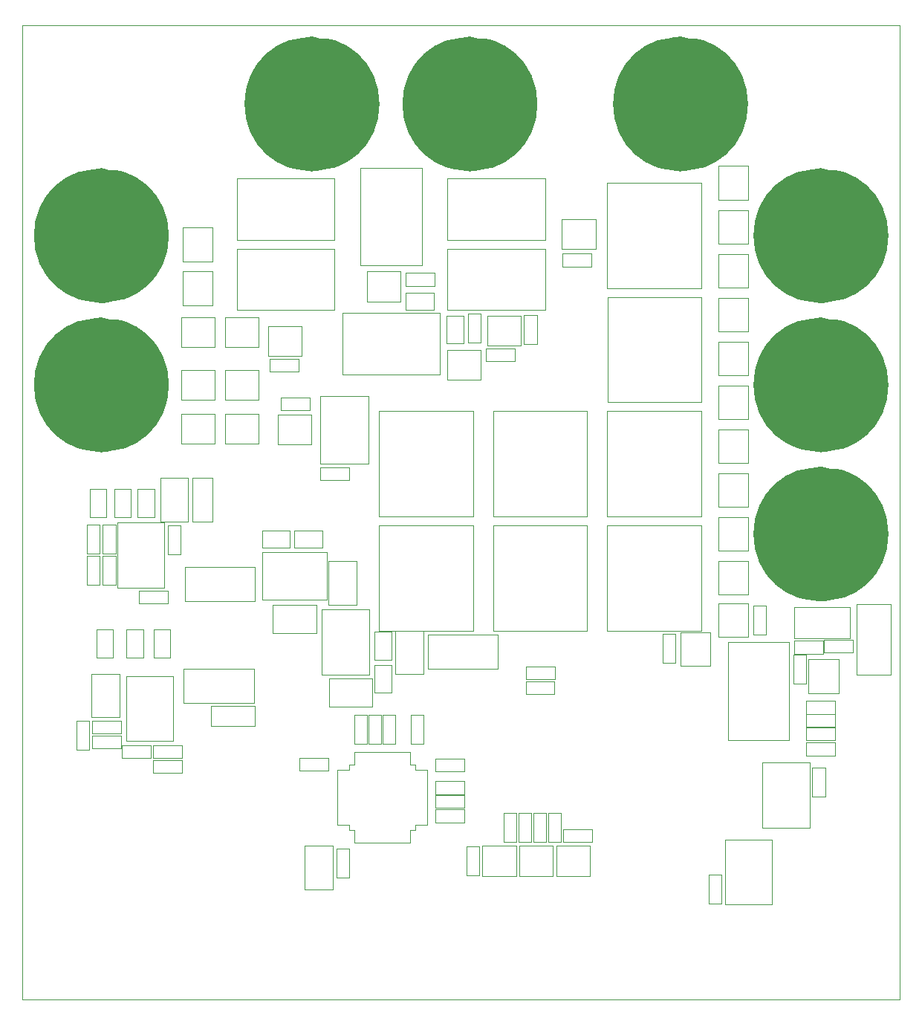
<source format=gbr>
%TF.GenerationSoftware,KiCad,Pcbnew,7.0.9-7.0.9~ubuntu23.04.1*%
%TF.CreationDate,2023-12-30T15:02:06+01:00*%
%TF.ProjectId,battery-management-system,62617474-6572-4792-9d6d-616e6167656d,rev?*%
%TF.SameCoordinates,Original*%
%TF.FileFunction,Other,User*%
%FSLAX46Y46*%
G04 Gerber Fmt 4.6, Leading zero omitted, Abs format (unit mm)*
G04 Created by KiCad (PCBNEW 7.0.9-7.0.9~ubuntu23.04.1) date 2023-12-30 15:02:06*
%MOMM*%
%LPD*%
G01*
G04 APERTURE LIST*
%ADD10C,7.680000*%
%ADD11C,0.050000*%
%TA.AperFunction,Profile*%
%ADD12C,0.100000*%
%TD*%
G04 APERTURE END LIST*
%TO.C,J5*%
D10*
X114840000Y-78000000D02*
G75*
G03*
X114840000Y-78000000I-3840000J0D01*
G01*
%TO.C,J1*%
X114840000Y-44000000D02*
G75*
G03*
X114840000Y-44000000I-3840000J0D01*
G01*
%TO.C,J7*%
X74840000Y-29000000D02*
G75*
G03*
X74840000Y-29000000I-3840000J0D01*
G01*
%TO.C,J6*%
X56840000Y-29000000D02*
G75*
G03*
X56840000Y-29000000I-3840000J0D01*
G01*
%TO.C,J3*%
X114840000Y-61000000D02*
G75*
G03*
X114840000Y-61000000I-3840000J0D01*
G01*
%TO.C,J2*%
X32840000Y-44000000D02*
G75*
G03*
X32840000Y-44000000I-3840000J0D01*
G01*
%TO.C,J8*%
X98840000Y-29000000D02*
G75*
G03*
X98840000Y-29000000I-3840000J0D01*
G01*
%TO.C,J4*%
X32840000Y-61000000D02*
G75*
G03*
X32840000Y-61000000I-3840000J0D01*
G01*
D11*
%TO.C,Q29*%
X46920000Y-62700000D02*
X43080000Y-62700000D01*
X46920000Y-59300000D02*
X46920000Y-62700000D01*
X43080000Y-62700000D02*
X43080000Y-59300000D01*
X43080000Y-59300000D02*
X46920000Y-59300000D01*
%TO.C,R27*%
X77980000Y-109800000D02*
X76520000Y-109800000D01*
X76520000Y-109800000D02*
X76520000Y-113100000D01*
X77980000Y-113100000D02*
X77980000Y-109800000D01*
X76520000Y-113100000D02*
X77980000Y-113100000D01*
%TO.C,D4*%
X79550000Y-52500000D02*
X68450000Y-52500000D01*
X79550000Y-45500000D02*
X79550000Y-52500000D01*
X68450000Y-52500000D02*
X68450000Y-45500000D01*
X68450000Y-45500000D02*
X79550000Y-45500000D01*
%TO.C,Q40*%
X100400000Y-101450000D02*
X100400000Y-90350000D01*
X107400000Y-101450000D02*
X100400000Y-101450000D01*
X100400000Y-90350000D02*
X107400000Y-90350000D01*
X107400000Y-90350000D02*
X107400000Y-101450000D01*
%TO.C,Q34*%
X99300000Y-89720000D02*
X99300000Y-85880000D01*
X102700000Y-89720000D02*
X99300000Y-89720000D01*
X99300000Y-85880000D02*
X102700000Y-85880000D01*
X102700000Y-85880000D02*
X102700000Y-89720000D01*
%TO.C,R5*%
X76150000Y-58330000D02*
X76150000Y-56870000D01*
X76150000Y-56870000D02*
X72850000Y-56870000D01*
X72850000Y-58330000D02*
X76150000Y-58330000D01*
X72850000Y-56870000D02*
X72850000Y-58330000D01*
%TO.C,Q32*%
X102700000Y-81080000D02*
X102700000Y-84920000D01*
X99300000Y-81080000D02*
X102700000Y-81080000D01*
X102700000Y-84920000D02*
X99300000Y-84920000D01*
X99300000Y-84920000D02*
X99300000Y-81080000D01*
%TO.C,Q25*%
X38300000Y-51920000D02*
X38300000Y-48080000D01*
X41700000Y-51920000D02*
X38300000Y-51920000D01*
X38300000Y-48080000D02*
X41700000Y-48080000D01*
X41700000Y-48080000D02*
X41700000Y-51920000D01*
%TO.C,C26*%
X80650000Y-96230000D02*
X80650000Y-94770000D01*
X80650000Y-94770000D02*
X77350000Y-94770000D01*
X77350000Y-96230000D02*
X80650000Y-96230000D01*
X77350000Y-94770000D02*
X77350000Y-96230000D01*
%TO.C,R32*%
X59290000Y-98640000D02*
X57830000Y-98640000D01*
X57830000Y-98640000D02*
X57830000Y-101940000D01*
X59290000Y-101940000D02*
X59290000Y-98640000D01*
X57830000Y-101940000D02*
X59290000Y-101940000D01*
%TO.C,L9*%
X71350000Y-64000000D02*
X71350000Y-76000000D01*
X60650000Y-64000000D02*
X71350000Y-64000000D01*
X71350000Y-76000000D02*
X60650000Y-76000000D01*
X60650000Y-76000000D02*
X60650000Y-64000000D01*
%TO.C,Q19*%
X99300000Y-54920000D02*
X99300000Y-51080000D01*
X102700000Y-54920000D02*
X99300000Y-54920000D01*
X99300000Y-51080000D02*
X102700000Y-51080000D01*
X102700000Y-51080000D02*
X102700000Y-54920000D01*
%TO.C,C30*%
X111350000Y-90070000D02*
X111350000Y-91530000D01*
X111350000Y-91530000D02*
X114650000Y-91530000D01*
X114650000Y-90070000D02*
X111350000Y-90070000D01*
X114650000Y-91530000D02*
X114650000Y-90070000D01*
%TO.C,D12*%
X60150000Y-92300000D02*
X60150000Y-89100000D01*
X62050000Y-92300000D02*
X60150000Y-92300000D01*
X62050000Y-92300000D02*
X62050000Y-89100000D01*
X62050000Y-89100000D02*
X60150000Y-89100000D01*
%TO.C,Q36*%
X51820000Y-57700000D02*
X47980000Y-57700000D01*
X51820000Y-54300000D02*
X51820000Y-57700000D01*
X47980000Y-57700000D02*
X47980000Y-54300000D01*
X47980000Y-54300000D02*
X51820000Y-54300000D01*
%TO.C,U1*%
X54700000Y-85500000D02*
X47300000Y-85500000D01*
X54700000Y-80100000D02*
X54700000Y-85500000D01*
X47300000Y-85500000D02*
X47300000Y-80100000D01*
X47300000Y-80100000D02*
X54700000Y-80100000D01*
%TO.C,C6*%
X31250000Y-100730000D02*
X31250000Y-99270000D01*
X31250000Y-99270000D02*
X27950000Y-99270000D01*
X27950000Y-100730000D02*
X31250000Y-100730000D01*
X27950000Y-99270000D02*
X27950000Y-100730000D01*
%TO.C,C35*%
X53950000Y-70425000D02*
X53950000Y-71885000D01*
X53950000Y-71885000D02*
X57250000Y-71885000D01*
X57250000Y-70425000D02*
X53950000Y-70425000D01*
X57250000Y-71885000D02*
X57250000Y-70425000D01*
%TO.C,Q6*%
X72430000Y-113550000D02*
X76270000Y-113550000D01*
X72430000Y-116950000D02*
X72430000Y-113550000D01*
X76270000Y-113550000D02*
X76270000Y-116950000D01*
X76270000Y-116950000D02*
X72430000Y-116950000D01*
%TO.C,D7*%
X50500000Y-79550000D02*
X47300000Y-79550000D01*
X50500000Y-77650000D02*
X50500000Y-79550000D01*
X50500000Y-77650000D02*
X47300000Y-77650000D01*
X47300000Y-77650000D02*
X47300000Y-79550000D01*
%TO.C,L8*%
X73650000Y-76000000D02*
X73650000Y-64000000D01*
X84350000Y-76000000D02*
X73650000Y-76000000D01*
X73650000Y-64000000D02*
X84350000Y-64000000D01*
X84350000Y-64000000D02*
X84350000Y-76000000D01*
%TO.C,Q30*%
X46920000Y-67700000D02*
X43080000Y-67700000D01*
X46920000Y-64300000D02*
X46920000Y-67700000D01*
X43080000Y-67700000D02*
X43080000Y-64300000D01*
X43080000Y-64300000D02*
X46920000Y-64300000D01*
%TO.C,C1*%
X48520000Y-86100000D02*
X48520000Y-89300000D01*
X48520000Y-89300000D02*
X53480000Y-89300000D01*
X53480000Y-86100000D02*
X48520000Y-86100000D01*
X53480000Y-89300000D02*
X53480000Y-86100000D01*
%TO.C,Q35*%
X52920000Y-67800000D02*
X49080000Y-67800000D01*
X52920000Y-64400000D02*
X52920000Y-67800000D01*
X49080000Y-67800000D02*
X49080000Y-64400000D01*
X49080000Y-64400000D02*
X52920000Y-64400000D01*
%TO.C,R10*%
X38150000Y-105230000D02*
X38150000Y-103770000D01*
X38150000Y-103770000D02*
X34850000Y-103770000D01*
X34850000Y-105230000D02*
X38150000Y-105230000D01*
X34850000Y-103770000D02*
X34850000Y-105230000D01*
%TO.C,Q24*%
X99300000Y-44920000D02*
X99300000Y-41080000D01*
X102700000Y-44920000D02*
X99300000Y-44920000D01*
X99300000Y-41080000D02*
X102700000Y-41080000D01*
X102700000Y-41080000D02*
X102700000Y-44920000D01*
%TO.C,R11*%
X34650000Y-103530000D02*
X34650000Y-102070000D01*
X34650000Y-102070000D02*
X31350000Y-102070000D01*
X31350000Y-103530000D02*
X34650000Y-103530000D01*
X31350000Y-102070000D02*
X31350000Y-103530000D01*
%TO.C,Q17*%
X38300000Y-46920000D02*
X38300000Y-43080000D01*
X41700000Y-46920000D02*
X38300000Y-46920000D01*
X38300000Y-43080000D02*
X41700000Y-43080000D01*
X41700000Y-43080000D02*
X41700000Y-46920000D01*
%TO.C,L10*%
X71350000Y-77000000D02*
X71350000Y-89000000D01*
X60650000Y-77000000D02*
X71350000Y-77000000D01*
X71350000Y-89000000D02*
X60650000Y-89000000D01*
X60650000Y-89000000D02*
X60650000Y-77000000D01*
%TO.C,C2*%
X35700000Y-76580000D02*
X38900000Y-76580000D01*
X38900000Y-76580000D02*
X38900000Y-71620000D01*
X35700000Y-71620000D02*
X35700000Y-76580000D01*
X38900000Y-71620000D02*
X35700000Y-71620000D01*
%TO.C,R8*%
X29170000Y-83750000D02*
X30630000Y-83750000D01*
X30630000Y-83750000D02*
X30630000Y-80450000D01*
X29170000Y-80450000D02*
X29170000Y-83750000D01*
X30630000Y-80450000D02*
X29170000Y-80450000D01*
%TO.C,C20*%
X98220000Y-120150000D02*
X99680000Y-120150000D01*
X99680000Y-120150000D02*
X99680000Y-116850000D01*
X98220000Y-116850000D02*
X98220000Y-120150000D01*
X99680000Y-116850000D02*
X98220000Y-116850000D01*
%TO.C,U8*%
X104300000Y-111450000D02*
X104300000Y-104050000D01*
X109700000Y-111450000D02*
X104300000Y-111450000D01*
X104300000Y-104050000D02*
X109700000Y-104050000D01*
X109700000Y-104050000D02*
X109700000Y-111450000D01*
%TO.C,Q2*%
X56450000Y-52800000D02*
X67550000Y-52800000D01*
X56450000Y-59800000D02*
X56450000Y-52800000D01*
X67550000Y-52800000D02*
X67550000Y-59800000D01*
X67550000Y-59800000D02*
X56450000Y-59800000D01*
%TO.C,R41*%
X109350000Y-100020000D02*
X109350000Y-101480000D01*
X109350000Y-101480000D02*
X112650000Y-101480000D01*
X112650000Y-100020000D02*
X109350000Y-100020000D01*
X112650000Y-101480000D02*
X112650000Y-100020000D01*
%TO.C,R34*%
X60880000Y-98620000D02*
X59420000Y-98620000D01*
X59420000Y-98620000D02*
X59420000Y-101920000D01*
X60880000Y-101920000D02*
X60880000Y-98620000D01*
X59420000Y-101920000D02*
X60880000Y-101920000D01*
%TO.C,Q22*%
X38080000Y-64300000D02*
X41920000Y-64300000D01*
X38080000Y-67700000D02*
X38080000Y-64300000D01*
X41920000Y-64300000D02*
X41920000Y-67700000D01*
X41920000Y-67700000D02*
X38080000Y-67700000D01*
%TO.C,R7*%
X28830000Y-80450000D02*
X27370000Y-80450000D01*
X27370000Y-80450000D02*
X27370000Y-83750000D01*
X28830000Y-83750000D02*
X28830000Y-80450000D01*
X27370000Y-83750000D02*
X28830000Y-83750000D01*
%TO.C,Q8*%
X80830000Y-113550000D02*
X84670000Y-113550000D01*
X80830000Y-116950000D02*
X80830000Y-113550000D01*
X84670000Y-113550000D02*
X84670000Y-116950000D01*
X84670000Y-116950000D02*
X80830000Y-116950000D01*
%TO.C,R28*%
X79680000Y-109800000D02*
X78220000Y-109800000D01*
X78220000Y-109800000D02*
X78220000Y-113100000D01*
X79680000Y-113100000D02*
X79680000Y-109800000D01*
X78220000Y-113100000D02*
X79680000Y-113100000D01*
%TO.C,L6*%
X97350000Y-77000000D02*
X97350000Y-89000000D01*
X86650000Y-77000000D02*
X97350000Y-77000000D01*
X97350000Y-89000000D02*
X86650000Y-89000000D01*
X86650000Y-89000000D02*
X86650000Y-77000000D01*
%TO.C,D8*%
X33150000Y-76100000D02*
X33150000Y-72900000D01*
X35050000Y-76100000D02*
X33150000Y-76100000D01*
X35050000Y-76100000D02*
X35050000Y-72900000D01*
X35050000Y-72900000D02*
X33150000Y-72900000D01*
%TO.C,R9*%
X30630000Y-76950000D02*
X29170000Y-76950000D01*
X29170000Y-76950000D02*
X29170000Y-80250000D01*
X30630000Y-80250000D02*
X30630000Y-76950000D01*
X29170000Y-80250000D02*
X30630000Y-80250000D01*
%TO.C,R1*%
X118920000Y-86000000D02*
X115080000Y-86000000D01*
X115080000Y-86000000D02*
X115080000Y-94000000D01*
X118920000Y-94000000D02*
X118920000Y-86000000D01*
X115080000Y-94000000D02*
X118920000Y-94000000D01*
%TO.C,R57*%
X84850000Y-47530000D02*
X84850000Y-46070000D01*
X84850000Y-46070000D02*
X81550000Y-46070000D01*
X81550000Y-47530000D02*
X84850000Y-47530000D01*
X81550000Y-46070000D02*
X81550000Y-47530000D01*
%TO.C,U13*%
X59450000Y-62305000D02*
X59450000Y-70005000D01*
X53950000Y-62305000D02*
X59450000Y-62305000D01*
X59450000Y-70005000D02*
X53950000Y-70005000D01*
X53950000Y-70005000D02*
X53950000Y-62305000D01*
%TO.C,D2*%
X63700000Y-50550000D02*
X66900000Y-50550000D01*
X63700000Y-52450000D02*
X63700000Y-50550000D01*
X63700000Y-52450000D02*
X66900000Y-52450000D01*
X66900000Y-52450000D02*
X66900000Y-50550000D01*
%TO.C,Q20*%
X102700000Y-61080000D02*
X102700000Y-64920000D01*
X99300000Y-61080000D02*
X102700000Y-61080000D01*
X102700000Y-64920000D02*
X99300000Y-64920000D01*
X99300000Y-64920000D02*
X99300000Y-61080000D01*
%TO.C,R33*%
X111250000Y-91630000D02*
X111250000Y-90170000D01*
X111250000Y-90170000D02*
X107950000Y-90170000D01*
X107950000Y-91630000D02*
X111250000Y-91630000D01*
X107950000Y-90170000D02*
X107950000Y-91630000D01*
%TO.C,Q1*%
X68380000Y-57000000D02*
X72220000Y-57000000D01*
X68380000Y-60400000D02*
X68380000Y-57000000D01*
X72220000Y-57000000D02*
X72220000Y-60400000D01*
X72220000Y-60400000D02*
X68380000Y-60400000D01*
%TO.C,D15*%
X30350000Y-88900000D02*
X30350000Y-92100000D01*
X28450000Y-88900000D02*
X30350000Y-88900000D01*
X28450000Y-88900000D02*
X28450000Y-92100000D01*
X28450000Y-92100000D02*
X30350000Y-92100000D01*
%TO.C,R16*%
X46500000Y-85620000D02*
X46500000Y-81780000D01*
X46500000Y-81780000D02*
X38500000Y-81780000D01*
X38500000Y-85620000D02*
X46500000Y-85620000D01*
X38500000Y-81780000D02*
X38500000Y-85620000D01*
%TO.C,R29*%
X77360000Y-93080000D02*
X77360000Y-94540000D01*
X77360000Y-94540000D02*
X80660000Y-94540000D01*
X80660000Y-93080000D02*
X77360000Y-93080000D01*
X80660000Y-94540000D02*
X80660000Y-93080000D01*
%TO.C,Q27*%
X99300000Y-59920000D02*
X99300000Y-56080000D01*
X102700000Y-59920000D02*
X99300000Y-59920000D01*
X99300000Y-56080000D02*
X102700000Y-56080000D01*
X102700000Y-56080000D02*
X102700000Y-59920000D01*
%TO.C,R14*%
X38400000Y-93380000D02*
X38400000Y-97220000D01*
X38400000Y-97220000D02*
X46400000Y-97220000D01*
X46400000Y-93380000D02*
X38400000Y-93380000D01*
X46400000Y-97220000D02*
X46400000Y-93380000D01*
%TO.C,R37*%
X62480000Y-98600000D02*
X61020000Y-98600000D01*
X61020000Y-98600000D02*
X61020000Y-101900000D01*
X62480000Y-101900000D02*
X62480000Y-98600000D01*
X61020000Y-101900000D02*
X62480000Y-101900000D01*
%TO.C,C29*%
X67030000Y-107770000D02*
X67030000Y-109230000D01*
X67030000Y-109230000D02*
X70330000Y-109230000D01*
X70330000Y-107770000D02*
X67030000Y-107770000D01*
X70330000Y-109230000D02*
X70330000Y-107770000D01*
%TO.C,R58*%
X92970000Y-92709762D02*
X94430000Y-92709762D01*
X94430000Y-92709762D02*
X94430000Y-89409762D01*
X92970000Y-89409762D02*
X92970000Y-92709762D01*
X94430000Y-89409762D02*
X92970000Y-89409762D01*
%TO.C,C5*%
X36570000Y-80350000D02*
X38030000Y-80350000D01*
X38030000Y-80350000D02*
X38030000Y-77050000D01*
X36570000Y-77050000D02*
X36570000Y-80350000D01*
X38030000Y-77050000D02*
X36570000Y-77050000D01*
%TO.C,R31*%
X81600000Y-111620000D02*
X81600000Y-113080000D01*
X81600000Y-113080000D02*
X84900000Y-113080000D01*
X84900000Y-111620000D02*
X81600000Y-111620000D01*
X84900000Y-113080000D02*
X84900000Y-111620000D01*
%TO.C,R54*%
X103270000Y-89469762D02*
X104730000Y-89469762D01*
X104730000Y-89469762D02*
X104730000Y-86169762D01*
X103270000Y-86169762D02*
X103270000Y-89469762D01*
X104730000Y-86169762D02*
X103270000Y-86169762D01*
%TO.C,R35*%
X112650000Y-98480000D02*
X112650000Y-97020000D01*
X112650000Y-97020000D02*
X109350000Y-97020000D01*
X109350000Y-98480000D02*
X112650000Y-98480000D01*
X109350000Y-97020000D02*
X109350000Y-98480000D01*
%TO.C,R6*%
X28830000Y-76950000D02*
X27370000Y-76950000D01*
X27370000Y-76950000D02*
X27370000Y-80250000D01*
X28830000Y-80250000D02*
X28830000Y-76950000D01*
X27370000Y-80250000D02*
X28830000Y-80250000D01*
%TO.C,C12*%
X46480000Y-99850000D02*
X46480000Y-97550000D01*
X46480000Y-97550000D02*
X41520000Y-97550000D01*
X41520000Y-99850000D02*
X46480000Y-99850000D01*
X41520000Y-97550000D02*
X41520000Y-99850000D01*
%TO.C,Q5*%
X76820000Y-56500000D02*
X72980000Y-56500000D01*
X76820000Y-53100000D02*
X76820000Y-56500000D01*
X72980000Y-56500000D02*
X72980000Y-53100000D01*
X72980000Y-53100000D02*
X76820000Y-53100000D01*
%TO.C,C21*%
X55350000Y-113520000D02*
X52150000Y-113520000D01*
X52150000Y-113520000D02*
X52150000Y-118480000D01*
X55350000Y-118480000D02*
X55350000Y-113520000D01*
X52150000Y-118480000D02*
X55350000Y-118480000D01*
%TO.C,C23*%
X111480000Y-104600000D02*
X110020000Y-104600000D01*
X110020000Y-104600000D02*
X110020000Y-107900000D01*
X111480000Y-107900000D02*
X111480000Y-104600000D01*
X110020000Y-107900000D02*
X111480000Y-107900000D01*
%TO.C,R2*%
X72230000Y-52850000D02*
X70770000Y-52850000D01*
X70770000Y-52850000D02*
X70770000Y-56150000D01*
X72230000Y-56150000D02*
X72230000Y-52850000D01*
X70770000Y-56150000D02*
X72230000Y-56150000D01*
%TO.C,D3*%
X55550000Y-52500000D02*
X44450000Y-52500000D01*
X55550000Y-45500000D02*
X55550000Y-52500000D01*
X44450000Y-52500000D02*
X44450000Y-45500000D01*
X44450000Y-45500000D02*
X55550000Y-45500000D01*
%TO.C,Q18*%
X38080000Y-53300000D02*
X41920000Y-53300000D01*
X38080000Y-56700000D02*
X38080000Y-53300000D01*
X41920000Y-53300000D02*
X41920000Y-56700000D01*
X41920000Y-56700000D02*
X38080000Y-56700000D01*
%TO.C,C4*%
X58100000Y-81120000D02*
X54900000Y-81120000D01*
X54900000Y-81120000D02*
X54900000Y-86080000D01*
X58100000Y-86080000D02*
X58100000Y-81120000D01*
X54900000Y-86080000D02*
X58100000Y-86080000D01*
%TO.C,U2*%
X30800000Y-84100000D02*
X30800000Y-76700000D01*
X36200000Y-84100000D02*
X30800000Y-84100000D01*
X30800000Y-76700000D02*
X36200000Y-76700000D01*
X36200000Y-76700000D02*
X36200000Y-84100000D01*
%TO.C,C28*%
X67030000Y-109390000D02*
X67030000Y-110850000D01*
X67030000Y-110850000D02*
X70330000Y-110850000D01*
X70330000Y-109390000D02*
X67030000Y-109390000D01*
X70330000Y-110850000D02*
X70330000Y-109390000D01*
%TO.C,Q7*%
X76630000Y-113550000D02*
X80470000Y-113550000D01*
X76630000Y-116950000D02*
X76630000Y-113550000D01*
X80470000Y-113550000D02*
X80470000Y-116950000D01*
X80470000Y-116950000D02*
X76630000Y-116950000D01*
%TO.C,D11*%
X54200000Y-79550000D02*
X51000000Y-79550000D01*
X54200000Y-77650000D02*
X54200000Y-79550000D01*
X54200000Y-77650000D02*
X51000000Y-77650000D01*
X51000000Y-77650000D02*
X51000000Y-79550000D01*
%TO.C,L7*%
X73650000Y-89000000D02*
X73650000Y-77000000D01*
X84350000Y-89000000D02*
X73650000Y-89000000D01*
X73650000Y-77000000D02*
X84350000Y-77000000D01*
X84350000Y-77000000D02*
X84350000Y-89000000D01*
%TO.C,R25*%
X72080000Y-113600000D02*
X70620000Y-113600000D01*
X70620000Y-113600000D02*
X70620000Y-116900000D01*
X72080000Y-116900000D02*
X72080000Y-113600000D01*
X70620000Y-116900000D02*
X72080000Y-116900000D01*
%TO.C,R59*%
X109330000Y-91750000D02*
X107870000Y-91750000D01*
X107870000Y-91750000D02*
X107870000Y-95050000D01*
X109330000Y-95050000D02*
X109330000Y-91750000D01*
X107870000Y-95050000D02*
X109330000Y-95050000D01*
%TO.C,D1*%
X70250000Y-53100000D02*
X70250000Y-56300000D01*
X68350000Y-53100000D02*
X70250000Y-53100000D01*
X68350000Y-53100000D02*
X68350000Y-56300000D01*
X68350000Y-56300000D02*
X70250000Y-56300000D01*
%TO.C,R12*%
X31250000Y-102430000D02*
X31250000Y-100970000D01*
X31250000Y-100970000D02*
X27950000Y-100970000D01*
X27950000Y-102430000D02*
X31250000Y-102430000D01*
X27950000Y-100970000D02*
X27950000Y-102430000D01*
%TO.C,Q16*%
X102700000Y-36080000D02*
X102700000Y-39920000D01*
X99300000Y-36080000D02*
X102700000Y-36080000D01*
X102700000Y-39920000D02*
X99300000Y-39920000D01*
X99300000Y-39920000D02*
X99300000Y-36080000D01*
%TO.C,C25*%
X64270000Y-101900000D02*
X65730000Y-101900000D01*
X65730000Y-101900000D02*
X65730000Y-98600000D01*
X64270000Y-98600000D02*
X64270000Y-101900000D01*
X65730000Y-98600000D02*
X64270000Y-98600000D01*
%TO.C,U3*%
X31800000Y-101600000D02*
X31800000Y-94200000D01*
X37200000Y-101600000D02*
X31800000Y-101600000D01*
X31800000Y-94200000D02*
X37200000Y-94200000D01*
X37200000Y-94200000D02*
X37200000Y-101600000D01*
%TO.C,R3*%
X66950000Y-49730000D02*
X66950000Y-48270000D01*
X66950000Y-48270000D02*
X63650000Y-48270000D01*
X63650000Y-49730000D02*
X66950000Y-49730000D01*
X63650000Y-48270000D02*
X63650000Y-49730000D01*
%TO.C,Q4*%
X59280000Y-48100000D02*
X63120000Y-48100000D01*
X59280000Y-51500000D02*
X59280000Y-48100000D01*
X63120000Y-48100000D02*
X63120000Y-51500000D01*
X63120000Y-51500000D02*
X59280000Y-51500000D01*
%TO.C,U4*%
X54100000Y-94000000D02*
X54100000Y-86600000D01*
X59500000Y-94000000D02*
X54100000Y-94000000D01*
X54100000Y-86600000D02*
X59500000Y-86600000D01*
X59500000Y-86600000D02*
X59500000Y-94000000D01*
%TO.C,Q31*%
X99300000Y-79920000D02*
X99300000Y-76080000D01*
X102700000Y-79920000D02*
X99300000Y-79920000D01*
X99300000Y-76080000D02*
X102700000Y-76080000D01*
X102700000Y-76080000D02*
X102700000Y-79920000D01*
%TO.C,FB2*%
X67025000Y-106170000D02*
X67025000Y-107630000D01*
X67025000Y-107630000D02*
X70325000Y-107630000D01*
X70325000Y-106170000D02*
X67025000Y-106170000D01*
X70325000Y-107630000D02*
X70325000Y-106170000D01*
%TO.C,D14*%
X36850000Y-88900000D02*
X36850000Y-92100000D01*
X34950000Y-88900000D02*
X36850000Y-88900000D01*
X34950000Y-88900000D02*
X34950000Y-92100000D01*
X34950000Y-92100000D02*
X36850000Y-92100000D01*
%TO.C,R4*%
X78630000Y-53050000D02*
X77170000Y-53050000D01*
X77170000Y-53050000D02*
X77170000Y-56350000D01*
X78630000Y-56350000D02*
X78630000Y-53050000D01*
X77170000Y-56350000D02*
X78630000Y-56350000D01*
%TO.C,R55*%
X52750000Y-63930000D02*
X52750000Y-62470000D01*
X52750000Y-62470000D02*
X49450000Y-62470000D01*
X49450000Y-63930000D02*
X52750000Y-63930000D01*
X49450000Y-62470000D02*
X49450000Y-63930000D01*
%TO.C,C8*%
X36550000Y-85930000D02*
X36550000Y-84470000D01*
X36550000Y-84470000D02*
X33250000Y-84470000D01*
X33250000Y-85930000D02*
X36550000Y-85930000D01*
X33250000Y-84470000D02*
X33250000Y-85930000D01*
%TO.C,R40*%
X109350000Y-98520000D02*
X109350000Y-99980000D01*
X109350000Y-99980000D02*
X112650000Y-99980000D01*
X112650000Y-98520000D02*
X109350000Y-98520000D01*
X112650000Y-99980000D02*
X112650000Y-98520000D01*
%TO.C,Q23*%
X99300000Y-74920000D02*
X99300000Y-71080000D01*
X102700000Y-74920000D02*
X99300000Y-74920000D01*
X99300000Y-71080000D02*
X102700000Y-71080000D01*
X102700000Y-71080000D02*
X102700000Y-74920000D01*
%TO.C,C3*%
X31100000Y-93920000D02*
X27900000Y-93920000D01*
X27900000Y-93920000D02*
X27900000Y-98880000D01*
X31100000Y-98880000D02*
X31100000Y-93920000D01*
X27900000Y-98880000D02*
X31100000Y-98880000D01*
%TO.C,R30*%
X81380000Y-109800000D02*
X79920000Y-109800000D01*
X79920000Y-109800000D02*
X79920000Y-113100000D01*
X81380000Y-113100000D02*
X81380000Y-109800000D01*
X79920000Y-113100000D02*
X81380000Y-113100000D01*
%TO.C,D10*%
X30450000Y-76100000D02*
X30450000Y-72900000D01*
X32350000Y-76100000D02*
X30450000Y-76100000D01*
X32350000Y-76100000D02*
X32350000Y-72900000D01*
X32350000Y-72900000D02*
X30450000Y-72900000D01*
%TO.C,C9*%
X59880000Y-97700000D02*
X59880000Y-94500000D01*
X59880000Y-94500000D02*
X54920000Y-94500000D01*
X54920000Y-97700000D02*
X59880000Y-97700000D01*
X54920000Y-94500000D02*
X54920000Y-97700000D01*
%TO.C,R36*%
X112650000Y-103230000D02*
X112650000Y-101770000D01*
X112650000Y-101770000D02*
X109350000Y-101770000D01*
X109350000Y-103230000D02*
X112650000Y-103230000D01*
X109350000Y-101770000D02*
X109350000Y-103230000D01*
%TO.C,U10*%
X66150000Y-111150000D02*
X66150000Y-108000000D01*
X66150000Y-104850000D02*
X66150000Y-108000000D01*
X64750000Y-111750000D02*
X64750000Y-111150000D01*
X64750000Y-111150000D02*
X66150000Y-111150000D01*
X64750000Y-104850000D02*
X66150000Y-104850000D01*
X64750000Y-104250000D02*
X64750000Y-104850000D01*
X64150000Y-113150000D02*
X64150000Y-111750000D01*
X64150000Y-111750000D02*
X64750000Y-111750000D01*
X64150000Y-104250000D02*
X64750000Y-104250000D01*
X64150000Y-102850000D02*
X64150000Y-104250000D01*
X61000000Y-113150000D02*
X64150000Y-113150000D01*
X61000000Y-113150000D02*
X57850000Y-113150000D01*
X61000000Y-102850000D02*
X64150000Y-102850000D01*
X61000000Y-102850000D02*
X57850000Y-102850000D01*
X57850000Y-113150000D02*
X57850000Y-111750000D01*
X57850000Y-111750000D02*
X57250000Y-111750000D01*
X57850000Y-104250000D02*
X57250000Y-104250000D01*
X57850000Y-102850000D02*
X57850000Y-104250000D01*
X57250000Y-111750000D02*
X57250000Y-111150000D01*
X57250000Y-111150000D02*
X55850000Y-111150000D01*
X57250000Y-104850000D02*
X55850000Y-104850000D01*
X57250000Y-104250000D02*
X57250000Y-104850000D01*
X55850000Y-111150000D02*
X55850000Y-108000000D01*
X55850000Y-104850000D02*
X55850000Y-108000000D01*
%TO.C,U7*%
X105450000Y-112800000D02*
X105450000Y-120200000D01*
X100050000Y-112800000D02*
X105450000Y-112800000D01*
X105450000Y-120200000D02*
X100050000Y-120200000D01*
X100050000Y-120200000D02*
X100050000Y-112800000D01*
%TO.C,Q28*%
X99300000Y-69920000D02*
X99300000Y-66080000D01*
X102700000Y-69920000D02*
X99300000Y-69920000D01*
X99300000Y-66080000D02*
X102700000Y-66080000D01*
X102700000Y-66080000D02*
X102700000Y-69920000D01*
%TO.C,C7*%
X38150000Y-103530000D02*
X38150000Y-102070000D01*
X38150000Y-102070000D02*
X34850000Y-102070000D01*
X34850000Y-103530000D02*
X38150000Y-103530000D01*
X34850000Y-102070000D02*
X34850000Y-103530000D01*
%TO.C,R13*%
X26170000Y-102550000D02*
X27630000Y-102550000D01*
X27630000Y-102550000D02*
X27630000Y-99250000D01*
X26170000Y-99250000D02*
X26170000Y-102550000D01*
X27630000Y-99250000D02*
X26170000Y-99250000D01*
%TO.C,C24*%
X57230000Y-113850000D02*
X55770000Y-113850000D01*
X55770000Y-113850000D02*
X55770000Y-117150000D01*
X57230000Y-117150000D02*
X57230000Y-113850000D01*
X55770000Y-117150000D02*
X57230000Y-117150000D01*
%TO.C,U9*%
X107920000Y-86350000D02*
X114280000Y-86350000D01*
X107920000Y-89850000D02*
X107920000Y-86350000D01*
X114280000Y-86350000D02*
X114280000Y-89850000D01*
X114280000Y-89850000D02*
X107920000Y-89850000D01*
%TO.C,C11*%
X41650000Y-71620000D02*
X39350000Y-71620000D01*
X39350000Y-71620000D02*
X39350000Y-76580000D01*
X41650000Y-76580000D02*
X41650000Y-71620000D01*
X39350000Y-76580000D02*
X41650000Y-76580000D01*
%TO.C,C27*%
X67050000Y-103570000D02*
X67050000Y-105030000D01*
X67050000Y-105030000D02*
X70350000Y-105030000D01*
X70350000Y-103570000D02*
X67050000Y-103570000D01*
X70350000Y-105030000D02*
X70350000Y-103570000D01*
%TO.C,Q38*%
X95000000Y-93020000D02*
X95000000Y-89180000D01*
X98400000Y-93020000D02*
X95000000Y-93020000D01*
X95000000Y-89180000D02*
X98400000Y-89180000D01*
X98400000Y-89180000D02*
X98400000Y-93020000D01*
%TO.C,R56*%
X51450000Y-59530000D02*
X51450000Y-58070000D01*
X51450000Y-58070000D02*
X48150000Y-58070000D01*
X48150000Y-59530000D02*
X51450000Y-59530000D01*
X48150000Y-58070000D02*
X48150000Y-59530000D01*
%TO.C,Q3*%
X58500000Y-47350000D02*
X58500000Y-36250000D01*
X65500000Y-47350000D02*
X58500000Y-47350000D01*
X58500000Y-36250000D02*
X65500000Y-36250000D01*
X65500000Y-36250000D02*
X65500000Y-47350000D01*
%TO.C,D16*%
X33750000Y-88900000D02*
X33750000Y-92100000D01*
X31850000Y-88900000D02*
X33750000Y-88900000D01*
X31850000Y-88900000D02*
X31850000Y-92100000D01*
X31850000Y-92100000D02*
X33750000Y-92100000D01*
%TO.C,C22*%
X54900000Y-104980000D02*
X54900000Y-103520000D01*
X54900000Y-103520000D02*
X51600000Y-103520000D01*
X51600000Y-104980000D02*
X54900000Y-104980000D01*
X51600000Y-103520000D02*
X51600000Y-104980000D01*
%TO.C,Q37*%
X85320000Y-45500000D02*
X81480000Y-45500000D01*
X85320000Y-42100000D02*
X85320000Y-45500000D01*
X81480000Y-45500000D02*
X81480000Y-42100000D01*
X81480000Y-42100000D02*
X85320000Y-42100000D01*
%TO.C,R26*%
X74820000Y-113100000D02*
X76280000Y-113100000D01*
X76280000Y-113100000D02*
X76280000Y-109800000D01*
X74820000Y-109800000D02*
X74820000Y-113100000D01*
X76280000Y-109800000D02*
X74820000Y-109800000D01*
%TO.C,D5*%
X55550000Y-44500000D02*
X44450000Y-44500000D01*
X55550000Y-37500000D02*
X55550000Y-44500000D01*
X44450000Y-44500000D02*
X44450000Y-37500000D01*
X44450000Y-37500000D02*
X55550000Y-37500000D01*
%TO.C,D13*%
X60150000Y-96100000D02*
X60150000Y-92900000D01*
X62050000Y-96100000D02*
X60150000Y-96100000D01*
X62050000Y-96100000D02*
X62050000Y-92900000D01*
X62050000Y-92900000D02*
X60150000Y-92900000D01*
%TO.C,D9*%
X27650000Y-76100000D02*
X27650000Y-72900000D01*
X29550000Y-76100000D02*
X27650000Y-76100000D01*
X29550000Y-76100000D02*
X29550000Y-72900000D01*
X29550000Y-72900000D02*
X27650000Y-72900000D01*
%TO.C,L4*%
X97400000Y-51000000D02*
X97400000Y-63000000D01*
X86700000Y-51000000D02*
X97400000Y-51000000D01*
X97400000Y-63000000D02*
X86700000Y-63000000D01*
X86700000Y-63000000D02*
X86700000Y-51000000D01*
%TO.C,L3*%
X97350000Y-38000000D02*
X97350000Y-50000000D01*
X86650000Y-38000000D02*
X97350000Y-38000000D01*
X97350000Y-50000000D02*
X86650000Y-50000000D01*
X86650000Y-50000000D02*
X86650000Y-38000000D01*
%TO.C,Q39*%
X113000000Y-92280000D02*
X113000000Y-96120000D01*
X109600000Y-92280000D02*
X113000000Y-92280000D01*
X113000000Y-96120000D02*
X109600000Y-96120000D01*
X109600000Y-96120000D02*
X109600000Y-92280000D01*
%TO.C,Q21*%
X41920000Y-62700000D02*
X38080000Y-62700000D01*
X41920000Y-59300000D02*
X41920000Y-62700000D01*
X38080000Y-62700000D02*
X38080000Y-59300000D01*
X38080000Y-59300000D02*
X41920000Y-59300000D01*
%TO.C,D6*%
X68450000Y-37500000D02*
X79550000Y-37500000D01*
X68450000Y-44500000D02*
X68450000Y-37500000D01*
X79550000Y-37500000D02*
X79550000Y-44500000D01*
X79550000Y-44500000D02*
X68450000Y-44500000D01*
%TO.C,Q33*%
X99300000Y-49920000D02*
X99300000Y-46080000D01*
X102700000Y-49920000D02*
X99300000Y-49920000D01*
X99300000Y-46080000D02*
X102700000Y-46080000D01*
X102700000Y-46080000D02*
X102700000Y-49920000D01*
%TO.C,R15*%
X74200000Y-93320000D02*
X74200000Y-89480000D01*
X74200000Y-89480000D02*
X66200000Y-89480000D01*
X66200000Y-93320000D02*
X74200000Y-93320000D01*
X66200000Y-89480000D02*
X66200000Y-93320000D01*
%TO.C,L5*%
X97350000Y-64000000D02*
X97350000Y-76000000D01*
X86650000Y-64000000D02*
X97350000Y-64000000D01*
X97350000Y-76000000D02*
X86650000Y-76000000D01*
X86650000Y-76000000D02*
X86650000Y-64000000D01*
%TO.C,C10*%
X62500000Y-93980000D02*
X65700000Y-93980000D01*
X65700000Y-93980000D02*
X65700000Y-89020000D01*
X62500000Y-89020000D02*
X62500000Y-93980000D01*
X65700000Y-89020000D02*
X62500000Y-89020000D01*
%TO.C,Q26*%
X46920000Y-56700000D02*
X43080000Y-56700000D01*
X46920000Y-53300000D02*
X46920000Y-56700000D01*
X43080000Y-56700000D02*
X43080000Y-53300000D01*
X43080000Y-53300000D02*
X46920000Y-53300000D01*
%TD*%
D12*
X20000000Y-20000000D02*
X120000000Y-20000000D01*
X120000000Y-131000000D01*
X20000000Y-131000000D01*
X20000000Y-20000000D01*
M02*

</source>
